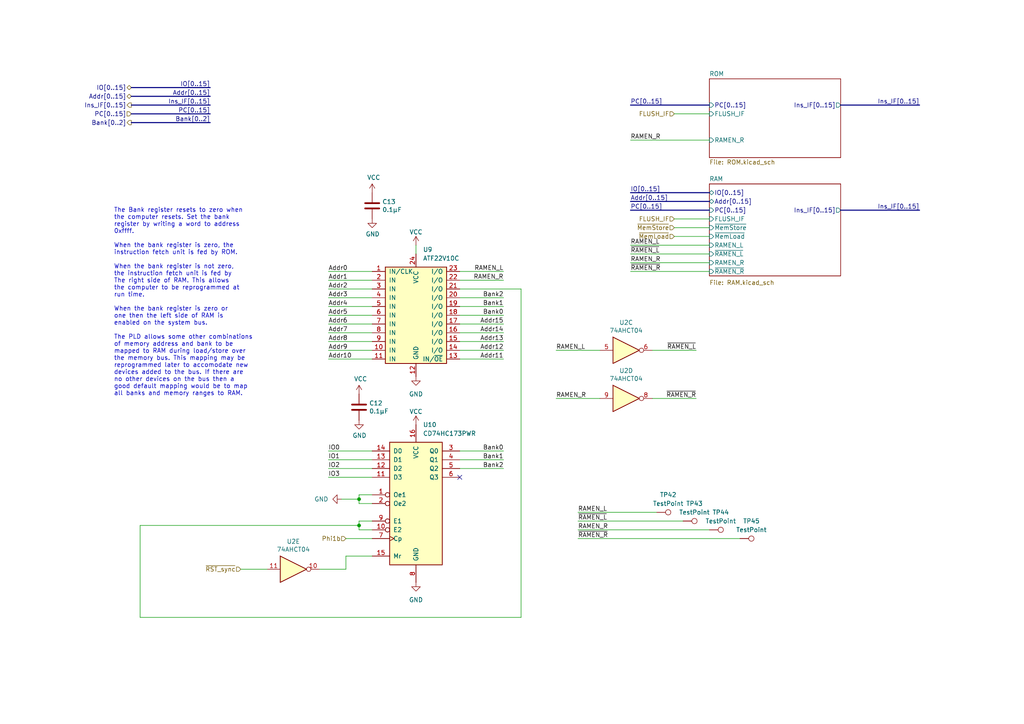
<source format=kicad_sch>
(kicad_sch (version 20230121) (generator eeschema)
  (paper "A4")
  (title_block (date "2023-03-22") (rev "B"))
  (lib_symbols
    (symbol "74xx:74LS04"
      (property "Reference" "U" (at 0 1.27 0))
      (property "Value" "74LS04" (at 0 -1.27 0))
      (symbol "74LS04_1_0"
        (polyline (pts (xy -3.81 3.81) (xy -3.81 -3.81) (xy 3.81 0) (xy -3.81 3.81)) (stroke (width 0.254)) (fill (type background)))
        (pin input line (at -7.62 0 0) (length 3.81) (name "~") (number "1"))
        (pin output inverted (at 7.62 0 180) (length 3.81) (name "~") (number "2"))
      )
      (symbol "74LS04_2_0"
        (polyline (pts (xy -3.81 3.81) (xy -3.81 -3.81) (xy 3.81 0) (xy -3.81 3.81)) (stroke (width 0.254)) (fill (type background)))
        (pin input line (at -7.62 0 0) (length 3.81) (name "~") (number "3"))
        (pin output inverted (at 7.62 0 180) (length 3.81) (name "~") (number "4"))
      )
      (symbol "74LS04_3_0"
        (polyline (pts (xy -3.81 3.81) (xy -3.81 -3.81) (xy 3.81 0) (xy -3.81 3.81)) (stroke (width 0.254)) (fill (type background)))
        (pin input line (at -7.62 0 0) (length 3.81) (name "~") (number "5"))
        (pin output inverted (at 7.62 0 180) (length 3.81) (name "~") (number "6"))
      )
      (symbol "74LS04_4_0"
        (polyline (pts (xy -3.81 3.81) (xy -3.81 -3.81) (xy 3.81 0) (xy -3.81 3.81)) (stroke (width 0.254)) (fill (type background)))
        (pin output inverted (at 7.62 0 180) (length 3.81) (name "~") (number "8"))
        (pin input line (at -7.62 0 0) (length 3.81) (name "~") (number "9"))
      )
      (symbol "74LS04_5_0"
        (polyline (pts (xy -3.81 3.81) (xy -3.81 -3.81) (xy 3.81 0) (xy -3.81 3.81)) (stroke (width 0.254)) (fill (type background)))
        (pin output inverted (at 7.62 0 180) (length 3.81) (name "~") (number "10"))
        (pin input line (at -7.62 0 0) (length 3.81) (name "~") (number "11"))
      )
      (symbol "74LS04_6_0"
        (polyline (pts (xy -3.81 3.81) (xy -3.81 -3.81) (xy 3.81 0) (xy -3.81 3.81)) (stroke (width 0.254)) (fill (type background)))
        (pin output inverted (at 7.62 0 180) (length 3.81) (name "~") (number "12"))
        (pin input line (at -7.62 0 0) (length 3.81) (name "~") (number "13"))
      )
      (symbol "74LS04_7_0"
        (pin power_in line (at 0 12.7 270) (length 5.08) (name "VCC") (number "14"))
        (pin power_in line (at 0 -12.7 90) (length 5.08) (name "GND") (number "7"))
      )
      (symbol "74LS04_7_1"
        (rectangle (start -5.08 7.62) (end 5.08 -7.62) (stroke (width 0.254)) (fill (type background)))
      )
    )
    (symbol "74xx:74LS173" (pin_names (offset 1.016))
      (property "Reference" "U" (at -7.62 19.05 0))
      (property "Value" "74LS173" (at -7.62 -19.05 0))
      (symbol "74LS173_1_0"
        (pin input inverted (at -12.7 2.54 0) (length 5.08) (name "Oe1") (number "1"))
        (pin input inverted (at -12.7 -7.62 0) (length 5.08) (name "E2") (number "10"))
        (pin input line (at -12.7 7.62 0) (length 5.08) (name "D3") (number "11"))
        (pin input line (at -12.7 10.16 0) (length 5.08) (name "D2") (number "12"))
        (pin input line (at -12.7 12.7 0) (length 5.08) (name "D1") (number "13"))
        (pin input line (at -12.7 15.24 0) (length 5.08) (name "D0") (number "14"))
        (pin input line (at -12.7 -15.24 0) (length 5.08) (name "Mr") (number "15"))
        (pin power_in line (at 0 22.86 270) (length 5.08) (name "VCC") (number "16"))
        (pin input inverted (at -12.7 0 0) (length 5.08) (name "Oe2") (number "2"))
        (pin tri_state line (at 12.7 15.24 180) (length 5.08) (name "Q0") (number "3"))
        (pin tri_state line (at 12.7 12.7 180) (length 5.08) (name "Q1") (number "4"))
        (pin tri_state line (at 12.7 10.16 180) (length 5.08) (name "Q2") (number "5"))
        (pin tri_state line (at 12.7 7.62 180) (length 5.08) (name "Q3") (number "6"))
        (pin input clock (at -12.7 -10.16 0) (length 5.08) (name "Cp") (number "7"))
        (pin power_in line (at 0 -22.86 90) (length 5.08) (name "GND") (number "8"))
        (pin input inverted (at -12.7 -5.08 0) (length 5.08) (name "E1") (number "9"))
      )
      (symbol "74LS173_1_1"
        (rectangle (start -7.62 17.78) (end 7.62 -17.78) (stroke (width 0.254)) (fill (type background)))
      )
    )
    (symbol "Connector:TestPoint" (pin_numbers hide) (pin_names (offset 0.762) hide)
      (property "Reference" "TP" (at 0 6.858 0))
      (property "Value" "TestPoint" (at 0 5.08 0))
      (symbol "TestPoint_0_1"
        (circle (center 0 3.302) (radius 0.762))
      )
      (symbol "TestPoint_1_1"
        (pin passive line (at 0 0 90) (length 2.54) (name "1") (number "1"))
      )
    )
    (symbol "Device:C" (pin_numbers hide) (pin_names (offset 0.254))
      (property "Reference" "C" (at 0.635 2.54 0))
      (property "Value" "C" (at 0.635 -2.54 0))
      (symbol "C_0_1"
        (polyline (pts (xy -2.032 -0.762) (xy 2.032 -0.762)) (stroke (width 0.508)))
        (polyline (pts (xy -2.032 0.762) (xy 2.032 0.762)) (stroke (width 0.508)))
      )
      (symbol "C_1_1"
        (pin passive line (at 0 3.81 270) (length 2.794) (name "~") (number "1"))
        (pin passive line (at 0 -3.81 90) (length 2.794) (name "~") (number "2"))
      )
    )
    (symbol "MEMModule-rescue:ATF22V10C-Logic_Programmable" (pin_names (offset 1.016))
      (property "Reference" "U" (at -7.62 17.78 0))
      (property "Value" "ATF22V10C-Logic_Programmable" (at -7.62 15.24 0))
      (symbol "ATF22V10C-Logic_Programmable_1_1"
        (rectangle (start -8.89 -15.24) (end 8.89 12.7) (stroke (width 0.254)) (fill (type background)))
        (pin input line (at -12.7 11.43 0) (length 3.81) (name "IN/CLK") (number "1"))
        (pin input line (at -12.7 -11.43 0) (length 3.81) (name "IN") (number "10"))
        (pin input line (at -12.7 -13.97 0) (length 3.81) (name "IN") (number "11"))
        (pin power_in line (at 0 -19.05 90) (length 3.81) (name "GND") (number "12"))
        (pin input line (at 12.7 -13.97 180) (length 3.81) (name "IN/~{OE}") (number "13"))
        (pin passive line (at 12.7 -11.43 180) (length 3.81) (name "I/O") (number "14"))
        (pin passive line (at 12.7 -8.89 180) (length 3.81) (name "I/O") (number "15"))
        (pin passive line (at 12.7 -6.35 180) (length 3.81) (name "I/O") (number "16"))
        (pin passive line (at 12.7 -3.81 180) (length 3.81) (name "I/O") (number "17"))
        (pin passive line (at 12.7 -1.27 180) (length 3.81) (name "I/O") (number "18"))
        (pin passive line (at 12.7 1.27 180) (length 3.81) (name "I/O") (number "19"))
        (pin input line (at -12.7 8.89 0) (length 3.81) (name "IN") (number "2"))
        (pin passive line (at 12.7 3.81 180) (length 3.81) (name "I/O") (number "20"))
        (pin passive line (at 12.7 6.35 180) (length 3.81) (name "I/O") (number "21"))
        (pin passive line (at 12.7 8.89 180) (length 3.81) (name "I/O") (number "22"))
        (pin passive line (at 12.7 11.43 180) (length 3.81) (name "I/O") (number "23"))
        (pin power_in line (at 0 16.51 270) (length 3.81) (name "VCC") (number "24"))
        (pin input line (at -12.7 6.35 0) (length 3.81) (name "IN") (number "3"))
        (pin input line (at -12.7 3.81 0) (length 3.81) (name "IN") (number "4"))
        (pin input line (at -12.7 1.27 0) (length 3.81) (name "IN") (number "5"))
        (pin input line (at -12.7 -1.27 0) (length 3.81) (name "IN") (number "6"))
        (pin input line (at -12.7 -3.81 0) (length 3.81) (name "IN") (number "7"))
        (pin input line (at -12.7 -6.35 0) (length 3.81) (name "IN") (number "8"))
        (pin input line (at -12.7 -8.89 0) (length 3.81) (name "IN") (number "9"))
      )
    )
    (symbol "power:GND" (power) (pin_names (offset 0))
      (property "Value" "GND" (at 0 -3.81 0))
      (symbol "GND_0_1"
        (polyline (pts (xy 0 0) (xy 0 -1.27) (xy 1.27 -1.27) (xy 0 -2.54) (xy -1.27 -1.27) (xy 0 -1.27)))
      )
      (symbol "GND_1_1"
        (pin power_in line (at 0 0 270) (length 0) hide (name "GND") (number "1"))
      )
    )
    (symbol "power:VCC" (power) (pin_names (offset 0))
      (property "Value" "VCC" (at 0 3.81 0))
      (symbol "VCC_0_1"
        (polyline (pts (xy -0.762 1.27) (xy 0 2.54)))
        (polyline (pts (xy 0 0) (xy 0 2.54)))
        (polyline (pts (xy 0 2.54) (xy 0.762 1.27)))
      )
      (symbol "VCC_1_1"
        (pin power_in line (at 0 0 90) (length 0) hide (name "VCC") (number "1"))
      )
    )
  )
  (junction (at 104.14 144.78))
  (junction (at 104.14 152.4))
  (no_connect (at 133.35 138.43))
  (wire (pts (xy 146.05 135.89) (xy 133.35 135.89)))
  (bus (pts (xy 243.84 60.96) (xy 266.7 60.96)))
  (wire (pts (xy 104.14 144.78) (xy 104.14 146.05)))
  (wire (pts (xy 95.25 135.89) (xy 107.95 135.89)))
  (wire (pts (xy 95.25 88.9) (xy 107.95 88.9)))
  (wire (pts (xy 146.05 78.74) (xy 133.35 78.74)))
  (wire (pts (xy 104.14 152.4) (xy 40.64 152.4)))
  (bus (pts (xy 38.1 33.02) (xy 60.96 33.02)))
  (wire (pts (xy 100.33 165.1) (xy 100.33 161.29)))
  (bus (pts (xy 205.74 30.48) (xy 182.88 30.48)))
  (wire (pts (xy 95.25 138.43) (xy 107.95 138.43)))
  (wire (pts (xy 107.95 151.13) (xy 104.14 151.13)))
  (wire (pts (xy 95.25 133.35) (xy 107.95 133.35)))
  (bus (pts (xy 205.74 60.96) (xy 182.88 60.96)))
  (wire (pts (xy 95.25 130.81) (xy 107.95 130.81)))
  (wire (pts (xy 201.93 115.57) (xy 189.23 115.57)))
  (wire (pts (xy 182.88 40.64) (xy 205.74 40.64)))
  (wire (pts (xy 104.14 153.67) (xy 107.95 153.67)))
  (wire (pts (xy 95.25 91.44) (xy 107.95 91.44)))
  (wire (pts (xy 146.05 91.44) (xy 133.35 91.44)))
  (wire (pts (xy 146.05 86.36) (xy 133.35 86.36)))
  (wire (pts (xy 146.05 104.14) (xy 133.35 104.14)))
  (wire (pts (xy 69.85 165.1) (xy 77.47 165.1)))
  (wire (pts (xy 95.25 81.28) (xy 107.95 81.28)))
  (wire (pts (xy 146.05 88.9) (xy 133.35 88.9)))
  (wire (pts (xy 99.06 144.78) (xy 104.14 144.78)))
  (wire (pts (xy 182.88 73.66) (xy 205.74 73.66)))
  (wire (pts (xy 146.05 133.35) (xy 133.35 133.35)))
  (bus (pts (xy 38.1 35.56) (xy 60.96 35.56)))
  (wire (pts (xy 95.25 101.6) (xy 107.95 101.6)))
  (wire (pts (xy 167.64 156.21) (xy 214.63 156.21)))
  (wire (pts (xy 195.58 68.58) (xy 205.74 68.58)))
  (wire (pts (xy 40.64 152.4) (xy 40.64 179.07)))
  (bus (pts (xy 205.74 55.88) (xy 182.88 55.88)))
  (wire (pts (xy 104.14 151.13) (xy 104.14 152.4)))
  (wire (pts (xy 104.14 146.05) (xy 107.95 146.05)))
  (wire (pts (xy 151.13 83.82) (xy 151.13 179.07)))
  (wire (pts (xy 146.05 101.6) (xy 133.35 101.6)))
  (wire (pts (xy 133.35 83.82) (xy 151.13 83.82)))
  (bus (pts (xy 38.1 30.48) (xy 60.96 30.48)))
  (wire (pts (xy 146.05 99.06) (xy 133.35 99.06)))
  (bus (pts (xy 205.74 58.42) (xy 182.88 58.42)))
  (wire (pts (xy 195.58 33.02) (xy 205.74 33.02)))
  (wire (pts (xy 95.25 83.82) (xy 107.95 83.82)))
  (wire (pts (xy 146.05 81.28) (xy 133.35 81.28)))
  (wire (pts (xy 146.05 93.98) (xy 133.35 93.98)))
  (wire (pts (xy 182.88 78.74) (xy 205.74 78.74)))
  (wire (pts (xy 95.25 99.06) (xy 107.95 99.06)))
  (wire (pts (xy 95.25 104.14) (xy 107.95 104.14)))
  (wire (pts (xy 95.25 78.74) (xy 107.95 78.74)))
  (wire (pts (xy 92.71 165.1) (xy 100.33 165.1)))
  (wire (pts (xy 100.33 161.29) (xy 107.95 161.29)))
  (wire (pts (xy 120.65 71.12) (xy 120.65 73.66)))
  (wire (pts (xy 95.25 96.52) (xy 107.95 96.52)))
  (wire (pts (xy 100.33 156.21) (xy 107.95 156.21)))
  (wire (pts (xy 182.88 71.12) (xy 205.74 71.12)))
  (wire (pts (xy 167.64 148.59) (xy 190.5 148.59)))
  (wire (pts (xy 95.25 86.36) (xy 107.95 86.36)))
  (wire (pts (xy 95.25 93.98) (xy 107.95 93.98)))
  (wire (pts (xy 195.58 63.5) (xy 205.74 63.5)))
  (wire (pts (xy 201.93 101.6) (xy 189.23 101.6)))
  (wire (pts (xy 167.64 151.13) (xy 198.12 151.13)))
  (bus (pts (xy 38.1 25.4) (xy 60.96 25.4)))
  (wire (pts (xy 146.05 130.81) (xy 133.35 130.81)))
  (wire (pts (xy 40.64 179.07) (xy 151.13 179.07)))
  (wire (pts (xy 167.64 153.67) (xy 205.74 153.67)))
  (wire (pts (xy 104.14 152.4) (xy 104.14 153.67)))
  (wire (pts (xy 104.14 143.51) (xy 104.14 144.78)))
  (wire (pts (xy 161.29 101.6) (xy 173.99 101.6)))
  (bus (pts (xy 38.1 27.94) (xy 60.96 27.94)))
  (wire (pts (xy 107.95 143.51) (xy 104.14 143.51)))
  (wire (pts (xy 146.05 96.52) (xy 133.35 96.52)))
  (wire (pts (xy 182.88 76.2) (xy 205.74 76.2)))
  (bus (pts (xy 243.84 30.48) (xy 266.7 30.48)))
  (wire (pts (xy 161.29 115.57) (xy 173.99 115.57)))
  (wire (pts (xy 195.58 66.04) (xy 205.74 66.04)))
  (text "The Bank register resets to zero when\nthe computer resets. Set the bank\nregister by writing a word to address\n0xffff.\n\nWhen the bank register is zero, the\ninstruction fetch unit is fed by ROM.\n\nWhen the bank register is not zero,\nthe instruction fetch unit is fed by\nThe right side of RAM. This allows\nthe computer to be reprogrammed at\nrun time.\n\nWhen the bank register is zero or\none then the left side of RAM is\nenabled on the system bus.\n\nThe PLD allows some other combinations\nof memory address and bank to be\nmapped to RAM during load/store over\nthe memory bus. This mapping may be\nreprogrammed later to accomodate new\ndevices added to the bus. If there are\nno other devices on the bus then a\ngood default mapping would be to map\nall banks and memory ranges to RAM." (at 33.02 114.935 0) (effects (font (size 1.27 1.27)) (justify left bottom)))
  (label "Addr15" (at 146.05 93.98 180))
  (label "~{RAMEN_L}" (at 182.88 73.66 0))
  (label "Addr7" (at 95.25 96.52 0))
  (label "Addr1" (at 95.25 81.28 0))
  (label "RAMEN_L" (at 167.64 148.59 0))
  (label "~{RAMEN_R}" (at 167.64 156.21 0))
  (label "RAMEN_L" (at 182.88 71.12 0))
  (label "Addr9" (at 95.25 101.6 0))
  (label "PC[0..15]" (at 182.88 30.48 0))
  (label "Addr13" (at 146.05 99.06 180))
  (label "RAMEN_R" (at 167.64 153.67 0))
  (label "Addr14" (at 146.05 96.52 180))
  (label "~{RAMEN_R}" (at 201.93 115.57 180))
  (label "Bank0" (at 146.05 91.44 180))
  (label "Addr[0..15]" (at 182.88 58.42 0))
  (label "Bank1" (at 146.05 133.35 180))
  (label "Addr3" (at 95.25 86.36 0))
  (label "Bank[0..2]" (at 60.96 35.56 180))
  (label "Addr6" (at 95.25 93.98 0))
  (label "Ins_IF[0..15]" (at 266.7 30.48 180))
  (label "RAMEN_L" (at 161.29 101.6 0))
  (label "RAMEN_R" (at 182.88 76.2 0))
  (label "IO2" (at 95.25 135.89 0))
  (label "Addr11" (at 146.05 104.14 180))
  (label "~{RAMEN_L}" (at 201.93 101.6 180))
  (label "Ins_IF[0..15]" (at 60.96 30.48 180))
  (label "~{RAMEN_L}" (at 167.64 151.13 0))
  (label "Addr10" (at 95.25 104.14 0))
  (label "Addr5" (at 95.25 91.44 0))
  (label "Ins_IF[0..15]" (at 266.7 60.96 180))
  (label "Bank0" (at 146.05 130.81 180))
  (label "Addr0" (at 95.25 78.74 0))
  (label "IO[0..15]" (at 60.96 25.4 180))
  (label "PC[0..15]" (at 60.96 33.02 180))
  (label "Addr8" (at 95.25 99.06 0))
  (label "Addr2" (at 95.25 83.82 0))
  (label "Bank2" (at 146.05 86.36 180))
  (label "RAMEN_R" (at 146.05 81.28 180))
  (label "Addr4" (at 95.25 88.9 0))
  (label "IO1" (at 95.25 133.35 0))
  (label "Bank1" (at 146.05 88.9 180))
  (label "IO[0..15]" (at 182.88 55.88 0))
  (label "Bank2" (at 146.05 135.89 180))
  (label "PC[0..15]" (at 182.88 60.96 0))
  (label "RAMEN_R" (at 161.29 115.57 0))
  (label "RAMEN_R" (at 182.88 40.64 0))
  (label "IO0" (at 95.25 130.81 0))
  (label "RAMEN_L" (at 146.05 78.74 180))
  (label "IO3" (at 95.25 138.43 0))
  (label "Addr[0..15]" (at 60.96 27.94 180))
  (label "~{RAMEN_R}" (at 182.88 78.74 0))
  (label "Addr12" (at 146.05 101.6 180))
  (hierarchical_label "Phi1b" (shape input) (at 100.33 156.21 180))
  (hierarchical_label "PC[0..15]" (shape input) (at 38.1 33.02 180))
  (hierarchical_label "IO[0..15]" (shape tri_state) (at 38.1 25.4 180))
  (hierarchical_label "~{RST_sync}" (shape input) (at 69.85 165.1 180))
  (hierarchical_label "Addr[0..15]" (shape tri_state) (at 38.1 27.94 180))
  (hierarchical_label "Bank[0..2]" (shape output) (at 38.1 35.56 180))
  (hierarchical_label "~{MemStore}" (shape input) (at 195.58 66.04 180))
  (hierarchical_label "FLUSH_IF" (shape input) (at 195.58 33.02 180))
  (hierarchical_label "Ins_IF[0..15]" (shape output) (at 38.1 30.48 180))
  (hierarchical_label "~{MemLoad}" (shape input) (at 195.58 68.58 180))
  (hierarchical_label "FLUSH_IF" (shape input) (at 195.58 63.5 180))
  (symbol (lib_id "MEMModule-rescue:ATF22V10C-Logic_Programmable") (at 120.65 90.17 0) (unit 1)
    (property "Reference" "U9" (at 122.6694 72.39 0) (effects (justify left)))
    (property "Value" "ATF22V10C" (at 122.6694 74.93 0) (effects (justify left)))
    (property "Footprint" "Package_DIP:DIP-24_W7.62mm_Socket" (effects hide))
  )
  (symbol (lib_id "power:GND") (at 104.14 121.92 0) (unit 1)
    (property "Reference" "#PWR0141" (effects hide))
    (property "Value" "GND" (at 104.267 126.3142 0))
  )
  (symbol (lib_id "74xx:74LS04") (at 181.61 115.57 0) (unit 4)
    (property "Reference" "U2" (at 181.61 107.5182 0))
    (property "Value" "74AHCT04" (at 181.61 109.8296 0))
    (property "Footprint" "Package_SO:TSSOP-14_4.4x5mm_P0.65mm" (effects hide))
    (property "Datasheet" "https://www.mouser.com/datasheet/2/916/74AHCT04A-1545508.pdf" (effects hide))
    (property "Mouser" "https://www.mouser.com/ProductDetail/Nexperia/74AHCT04APWJ?qs=5aG0NVq1C4yf8jbQquj09Q==" (effects hide))
  )
  (symbol (lib_id "power:GND") (at 99.06 144.78 270) (unit 1)
    (property "Reference" "#PWR0139" (effects hide))
    (property "Value" "GND" (at 95.25 144.7799 90) (effects (justify right)))
  )
  (symbol (lib_id "Device:C") (at 107.95 59.69 0) (unit 1)
    (property "Reference" "C13" (at 110.871 58.5216 0) (effects (justify left)))
    (property "Value" "0.1μF" (at 110.871 60.833 0) (effects (justify left)))
    (property "Footprint" "Capacitor_SMD:C_0603_1608Metric_Pad1.08x0.95mm_HandSolder" (effects hide))
    (property "Mouser" "https://www.mouser.com/ProductDetail/963-EMK107B7104KAHT" (effects hide))
  )
  (symbol (lib_id "Device:C") (at 104.14 118.11 0) (unit 1)
    (property "Reference" "C12" (at 107.061 116.9416 0) (effects (justify left)))
    (property "Value" "0.1μF" (at 107.061 119.253 0) (effects (justify left)))
    (property "Footprint" "Capacitor_SMD:C_0603_1608Metric_Pad1.08x0.95mm_HandSolder" (effects hide))
    (property "Mouser" "https://www.mouser.com/ProductDetail/963-EMK107B7104KAHT" (effects hide))
  )
  (symbol (lib_id "Connector:TestPoint") (at 214.63 156.21 270) (mirror x) (unit 1)
    (property "Reference" "TP45" (at 217.932 151.13 90))
    (property "Value" "TestPoint" (at 217.932 153.67 90))
    (property "Footprint" "TestPoint:TestPoint_Pad_D1.0mm" (effects hide))
  )
  (symbol (lib_id "74xx:74LS04") (at 85.09 165.1 0) (unit 5)
    (property "Reference" "U2" (at 85.09 157.0482 0))
    (property "Value" "74AHCT04" (at 85.09 159.3596 0))
    (property "Footprint" "Package_SO:TSSOP-14_4.4x5mm_P0.65mm" (effects hide))
    (property "Datasheet" "https://www.mouser.com/datasheet/2/916/74AHCT04A-1545508.pdf" (effects hide))
    (property "Mouser" "https://www.mouser.com/ProductDetail/Nexperia/74AHCT04APWJ?qs=5aG0NVq1C4yf8jbQquj09Q==" (effects hide))
  )
  (symbol (lib_id "74xx:74LS04") (at 181.61 101.6 0) (unit 3)
    (property "Reference" "U2" (at 181.61 93.5482 0))
    (property "Value" "74AHCT04" (at 181.61 95.8596 0))
    (property "Footprint" "Package_SO:TSSOP-14_4.4x5mm_P0.65mm" (effects hide))
    (property "Datasheet" "https://www.mouser.com/datasheet/2/916/74AHCT04A-1545508.pdf" (effects hide))
    (property "Mouser" "https://www.mouser.com/ProductDetail/Nexperia/74AHCT04APWJ?qs=5aG0NVq1C4yf8jbQquj09Q==" (effects hide))
  )
  (symbol (lib_id "power:GND") (at 120.65 168.91 0) (unit 1)
    (property "Reference" "#PWR0147" (effects hide))
    (property "Value" "GND" (at 120.65 173.99 0))
  )
  (symbol (lib_id "power:GND") (at 120.65 109.22 0) (unit 1)
    (property "Reference" "#PWR0145" (effects hide))
    (property "Value" "GND" (at 120.65 114.3 0))
  )
  (symbol (lib_id "74xx:74LS173") (at 120.65 146.05 0) (unit 1)
    (property "Reference" "U10" (at 122.6694 123.19 0) (effects (justify left)))
    (property "Value" "CD74HC173PWR" (at 122.6694 125.73 0) (effects (justify left)))
    (property "Footprint" "Package_SO:TSSOP-16_4.4x5mm_P0.65mm" (effects hide))
    (property "Datasheet" "http://www.ti.com/general/docs/suppproductinfo.tsp?distId=26&gotoUrl=http%3A%2F%2Fwww.ti.com%2Flit%2Fgpn%2Fcd74hc173" (effects hide))
    (property "Mouser" "https://www.mouser.com/ProductDetail/Texas-Instruments/CD74HC173PWR?qs=JD1fk4stihbsXf8KpXAZKQ%3D%3D" (effects hide))
  )
  (symbol (lib_id "Connector:TestPoint") (at 205.74 153.67 270) (mirror x) (unit 1)
    (property "Reference" "TP44" (at 209.042 148.59 90))
    (property "Value" "TestPoint" (at 209.042 151.13 90))
    (property "Footprint" "TestPoint:TestPoint_Pad_D1.0mm" (effects hide))
  )
  (symbol (lib_id "power:VCC") (at 120.65 123.19 0) (unit 1)
    (property "Reference" "#PWR0146" (effects hide))
    (property "Value" "VCC" (at 120.65 119.38 0))
  )
  (symbol (lib_id "power:GND") (at 107.95 63.5 0) (unit 1)
    (property "Reference" "#PWR0143" (effects hide))
    (property "Value" "GND" (at 108.077 67.8942 0))
  )
  (symbol (lib_id "Connector:TestPoint") (at 190.5 148.59 270) (mirror x) (unit 1)
    (property "Reference" "TP42" (at 193.802 143.51 90))
    (property "Value" "TestPoint" (at 193.802 146.05 90))
    (property "Footprint" "TestPoint:TestPoint_Pad_D1.0mm" (effects hide))
  )
  (symbol (lib_id "power:VCC") (at 104.14 114.3 0) (unit 1)
    (property "Reference" "#PWR0140" (effects hide))
    (property "Value" "VCC" (at 104.5718 109.9058 0))
  )
  (symbol (lib_id "power:VCC") (at 107.95 55.88 0) (unit 1)
    (property "Reference" "#PWR0142" (effects hide))
    (property "Value" "VCC" (at 108.3818 51.4858 0))
  )
  (symbol (lib_id "Connector:TestPoint") (at 198.12 151.13 270) (mirror x) (unit 1)
    (property "Reference" "TP43" (at 201.422 146.05 90))
    (property "Value" "TestPoint" (at 201.422 148.59 90))
    (property "Footprint" "TestPoint:TestPoint_Pad_D1.0mm" (effects hide))
  )
  (symbol (lib_id "power:VCC") (at 120.65 71.12 0) (unit 1)
    (property "Reference" "#PWR0144" (effects hide))
    (property "Value" "VCC" (at 120.65 67.31 0))
  )
  (sheet (at 205.74 22.86) (size 38.1 22.86) (stroke (width 0.1524))
    (property "Sheetname" "ROM" (at 205.74 22.1484 0) (effects (justify left bottom)))
    (property "Sheetfile" "ROM.kicad_sch" (at 205.74 46.3046 0) (effects (justify left top)))
    (pin "RAMEN_R" input (at 205.74 40.64 180))
    (pin "FLUSH_IF" input (at 205.74 33.02 180))
    (pin "PC[0..15]" input (at 205.74 30.48 180))
    (pin "Ins_IF[0..15]" output (at 243.84 30.48 0))
  )
  (sheet (at 205.74 53.34) (size 38.1 26.67) (stroke (width 0.1524))
    (property "Sheetname" "RAM" (at 205.74 52.6284 0) (effects (justify left bottom)))
    (property "Sheetfile" "RAM.kicad_sch" (at 205.74 81.2296 0) (effects (justify left top)))
    (pin "Ins_IF[0..15]" output (at 243.84 60.96 0))
    (pin "IO[0..15]" tri_state (at 205.74 55.88 180))
    (pin "Addr[0..15]" tri_state (at 205.74 58.42 180))
    (pin "PC[0..15]" input (at 205.74 60.96 180))
    (pin "FLUSH_IF" input (at 205.74 63.5 180))
    (pin "~{MemStore}" input (at 205.74 66.04 180))
    (pin "~{MemLoad}" input (at 205.74 68.58 180))
    (pin "~{RAMEN_L}" input (at 205.74 73.66 180))
    (pin "~{RAMEN_R}" input (at 205.74 78.74 180))
    (pin "RAMEN_R" input (at 205.74 76.2 180))
    (pin "RAMEN_L" input (at 205.74 71.12 180))
  )
)
</source>
